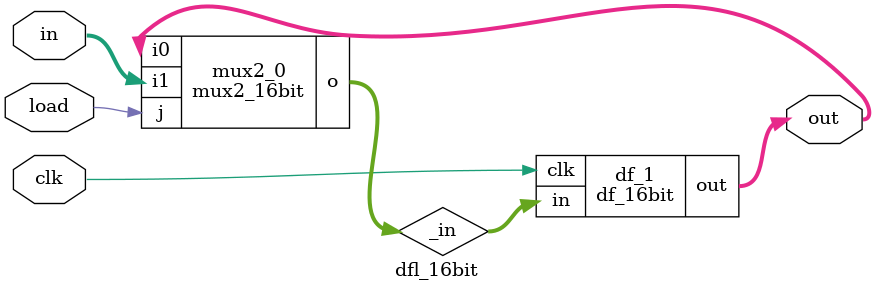
<source format=v>
module invert_16bit (input wire [15:0] i,output wire [15:0] o);
  	assign o = ~i;
endmodule


module invert_2bit(input wire i,output wire o);
	assign o = !i;
endmodule


module and2_16bit (input wire [15:0] i0, i1,output wire [15:0] o);
  	assign o = i0 & i1;
endmodule


module mux2_16bit (input wire [15:0] i0, i1,input wire j,output wire [15:0] o);
  	assign o = (j == 0) ? i0 : i1;
endmodule


module df_16bit (input wire clk,input wire [15:0] in,output wire [15:0] out);
  	reg [15:0] df_out;
  	always @(posedge clk) df_out <= in;
  	assign out = df_out;
endmodule


module dfr_16bit (input wire clk, input wire reset, input wire [15:0] in, output wire [15:0] out);
    	wire [15:0] df_in, clk_;
	wire [15:0] extend_reset;

    	invert_2bit i0 (.i(reset), .o(reset_));
	
	assign extend_reset = {16{reset}};
    	and2_16bit and2_0 (.i0(in), .i1(extend_reset), .o(df_in));

    	df_16bit df_0 (.clk(clk), .in(df_in), .out(out));

endmodule


module dfl_16bit (input wire clk, load,input wire [15:0] in,output wire [15:0] out);
  	wire [15:0] _in;
  	mux2_16bit mux2_0 (.i0(out), .i1(in), .j(load), .o(_in));
  	df_16bit df_1 (.clk(clk), .in(_in), .out(out));
endmodule
</source>
